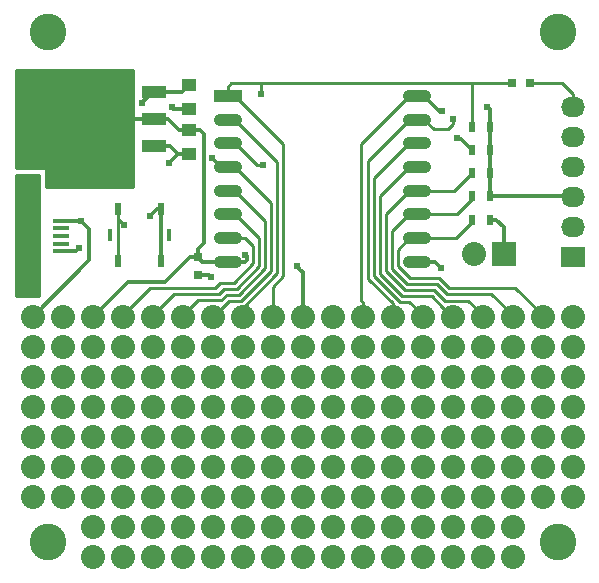
<source format=gtl>
G04 #@! TF.FileFunction,Copper,L1,Top,Signal*
%FSLAX46Y46*%
G04 Gerber Fmt 4.6, Leading zero omitted, Abs format (unit mm)*
G04 Created by KiCad (PCBNEW 4.0.0-rc2-1-stable) date Sunday, 29 November 2015 18:47:31*
%MOMM*%
G01*
G04 APERTURE LIST*
%ADD10C,0.100000*%
%ADD11R,1.250000X1.000000*%
%ADD12R,0.750000X0.800000*%
%ADD13R,0.800000X0.750000*%
%ADD14R,2.032000X2.032000*%
%ADD15O,2.032000X2.032000*%
%ADD16R,2.032000X1.727200*%
%ADD17O,2.032000X1.727200*%
%ADD18R,0.500000X0.900000*%
%ADD19R,0.600000X1.000000*%
%ADD20R,0.450000X1.000000*%
%ADD21R,2.032000X3.657600*%
%ADD22R,2.032000X1.016000*%
%ADD23R,2.400000X1.100000*%
%ADD24O,2.400000X1.100000*%
%ADD25C,2.032000*%
%ADD26C,3.100000*%
%ADD27R,1.400000X0.400000*%
%ADD28R,1.900000X1.800000*%
%ADD29R,1.900000X2.300000*%
%ADD30C,0.609600*%
%ADD31C,0.304800*%
%ADD32C,0.254000*%
G04 APERTURE END LIST*
D10*
D11*
X140250000Y-87020000D03*
X140250000Y-89020000D03*
X140260000Y-90860000D03*
X140260000Y-92860000D03*
D12*
X140970000Y-101600000D03*
X140970000Y-103100000D03*
D13*
X169110000Y-86860000D03*
X167610000Y-86860000D03*
D14*
X166878000Y-101346000D03*
D15*
X164338000Y-101346000D03*
D16*
X172720000Y-101600000D03*
D17*
X172720000Y-99060000D03*
X172720000Y-96520000D03*
X172720000Y-93980000D03*
X172720000Y-91440000D03*
X172720000Y-88900000D03*
D18*
X165720000Y-92532500D03*
X164220000Y-92532500D03*
X165720000Y-90570000D03*
X164220000Y-90570000D03*
X165720000Y-94495000D03*
X164220000Y-94495000D03*
X165720000Y-98420000D03*
X164220000Y-98420000D03*
X165720000Y-96457500D03*
X164220000Y-96457500D03*
D19*
X134200000Y-97490000D03*
X137900000Y-97490000D03*
X134200000Y-101890000D03*
X137900000Y-101890000D03*
D20*
X133525000Y-99690000D03*
X138575000Y-99690000D03*
D21*
X130650000Y-89940000D03*
D22*
X137254000Y-89940000D03*
X137254000Y-87654000D03*
X137254000Y-92226000D03*
D23*
X143510000Y-87980000D03*
D24*
X143510000Y-89980000D03*
X143510000Y-91980000D03*
X143510000Y-93980000D03*
X143510000Y-95980000D03*
X143510000Y-97980000D03*
X143510000Y-99980000D03*
X143510000Y-101980000D03*
X159510000Y-101980000D03*
X159510000Y-99980000D03*
X159510000Y-97980000D03*
X159510000Y-95980000D03*
X159510000Y-93980000D03*
X159510000Y-91980000D03*
X159510000Y-89980000D03*
X159510000Y-87980000D03*
D25*
X127000000Y-109220000D03*
X129540000Y-109220000D03*
X132080000Y-109220000D03*
X134620000Y-109220000D03*
X137160000Y-109220000D03*
X139700000Y-109220000D03*
X142240000Y-109220000D03*
X144780000Y-109220000D03*
X147320000Y-109220000D03*
X149860000Y-109220000D03*
X152400000Y-109220000D03*
X154940000Y-109220000D03*
X157480000Y-109220000D03*
X160020000Y-109220000D03*
X162560000Y-109220000D03*
X165100000Y-109220000D03*
X167640000Y-109220000D03*
X170180000Y-109220000D03*
X172720000Y-109220000D03*
X127000000Y-111760000D03*
X129540000Y-111760000D03*
X132080000Y-111760000D03*
X134620000Y-111760000D03*
X137160000Y-111760000D03*
X139700000Y-111760000D03*
X142240000Y-111760000D03*
X144780000Y-111760000D03*
X147320000Y-111760000D03*
X149860000Y-111760000D03*
X152400000Y-111760000D03*
X154940000Y-111760000D03*
X157480000Y-111760000D03*
X160020000Y-111760000D03*
X162560000Y-111760000D03*
X165100000Y-111760000D03*
X167640000Y-111760000D03*
X170180000Y-111760000D03*
X172720000Y-111760000D03*
X127000000Y-114300000D03*
X129540000Y-114300000D03*
X132080000Y-114300000D03*
X134620000Y-114300000D03*
X137160000Y-114300000D03*
X139700000Y-114300000D03*
X142240000Y-114300000D03*
X144780000Y-114300000D03*
X147320000Y-114300000D03*
X149860000Y-114300000D03*
X152400000Y-114300000D03*
X154940000Y-114300000D03*
X157480000Y-114300000D03*
X160020000Y-114300000D03*
X162560000Y-114300000D03*
X165100000Y-114300000D03*
X167640000Y-114300000D03*
X170180000Y-114300000D03*
X172720000Y-114300000D03*
X127000000Y-116840000D03*
X129540000Y-116840000D03*
X132080000Y-116840000D03*
X134620000Y-116840000D03*
X137160000Y-116840000D03*
X139700000Y-116840000D03*
X142240000Y-116840000D03*
X144780000Y-116840000D03*
X147320000Y-116840000D03*
X149860000Y-116840000D03*
X152400000Y-116840000D03*
X154940000Y-116840000D03*
X157480000Y-116840000D03*
X160020000Y-116840000D03*
X162560000Y-116840000D03*
X165100000Y-116840000D03*
X167640000Y-116840000D03*
X170180000Y-116840000D03*
X172720000Y-116840000D03*
X127000000Y-119380000D03*
X129540000Y-119380000D03*
X132080000Y-119380000D03*
X134620000Y-119380000D03*
X137160000Y-119380000D03*
X139700000Y-119380000D03*
X142240000Y-119380000D03*
X144780000Y-119380000D03*
X147320000Y-119380000D03*
X149860000Y-119380000D03*
X152400000Y-119380000D03*
X154940000Y-119380000D03*
X157480000Y-119380000D03*
X160020000Y-119380000D03*
X162560000Y-119380000D03*
X165100000Y-119380000D03*
X167640000Y-119380000D03*
X170180000Y-119380000D03*
X172720000Y-119380000D03*
X127000000Y-121920000D03*
X129540000Y-121920000D03*
X132080000Y-121920000D03*
X134620000Y-121920000D03*
X137160000Y-121920000D03*
X139700000Y-121920000D03*
X142240000Y-121920000D03*
X144780000Y-121920000D03*
X147320000Y-121920000D03*
X149860000Y-121920000D03*
X152400000Y-121920000D03*
X154940000Y-121920000D03*
X157480000Y-121920000D03*
X160020000Y-121920000D03*
X162560000Y-121920000D03*
X165100000Y-121920000D03*
X167640000Y-121920000D03*
X170180000Y-121920000D03*
X172720000Y-121920000D03*
X132080000Y-124460000D03*
X134620000Y-124460000D03*
X137160000Y-124460000D03*
X139700000Y-124460000D03*
X142240000Y-124460000D03*
X144780000Y-124460000D03*
X147320000Y-124460000D03*
X149860000Y-124460000D03*
X152400000Y-124460000D03*
X154940000Y-124460000D03*
X157480000Y-124460000D03*
X160020000Y-124460000D03*
X162560000Y-124460000D03*
X165100000Y-124460000D03*
X167640000Y-124460000D03*
X132080000Y-127000000D03*
X134620000Y-127000000D03*
X137160000Y-127000000D03*
X139700000Y-127000000D03*
X142240000Y-127000000D03*
X144780000Y-127000000D03*
X147320000Y-127000000D03*
X149860000Y-127000000D03*
X152400000Y-127000000D03*
X154940000Y-127000000D03*
X157480000Y-127000000D03*
X160020000Y-127000000D03*
X162560000Y-127000000D03*
X165100000Y-127000000D03*
X167640000Y-127000000D03*
D26*
X171450000Y-125730000D03*
X128270000Y-125730000D03*
X171450000Y-82550000D03*
X128270000Y-82550000D03*
D25*
X172720000Y-106680000D03*
X170180000Y-106680000D03*
X167640000Y-106680000D03*
X165100000Y-106680000D03*
X162560000Y-106680000D03*
X160020000Y-106680000D03*
X157480000Y-106680000D03*
X154940000Y-106680000D03*
X152400000Y-106680000D03*
X149860000Y-106680000D03*
X147320000Y-106680000D03*
X144780000Y-106680000D03*
X142240000Y-106680000D03*
X139700000Y-106680000D03*
X137160000Y-106680000D03*
X134620000Y-106680000D03*
X132080000Y-106680000D03*
X129540000Y-106680000D03*
X127000000Y-106680000D03*
D27*
X129400000Y-101110000D03*
X129400000Y-100460000D03*
X129400000Y-99810000D03*
X129400000Y-99160000D03*
X129400000Y-98510000D03*
D28*
X126550000Y-98660000D03*
X126550000Y-100960000D03*
D29*
X126550000Y-103560000D03*
X126550000Y-96060000D03*
D30*
X131082000Y-98522000D03*
X136250000Y-88550000D03*
X130950000Y-100800000D03*
X138540000Y-93630000D03*
X138780000Y-88880000D03*
X136906278Y-98100000D03*
X161607500Y-102489000D03*
X142105808Y-103299530D03*
X149352000Y-102362000D03*
X144995828Y-101386544D03*
X165470000Y-88850000D03*
X134780000Y-98920000D03*
X146367500Y-87820500D03*
X142231220Y-93218000D03*
X161671000Y-89217500D03*
X162596192Y-89928221D03*
X146512908Y-93822908D03*
X162930000Y-91520000D03*
D31*
X131386799Y-98826799D02*
X131082000Y-98522000D01*
X127000000Y-106680000D02*
X131811201Y-101868799D01*
X131811201Y-99251201D02*
X131386799Y-98826799D01*
X131811201Y-101868799D02*
X131811201Y-99251201D01*
X131082000Y-98522000D02*
X129723000Y-98522000D01*
X137254000Y-87654000D02*
X137146000Y-87654000D01*
X137146000Y-87654000D02*
X136250000Y-88550000D01*
X137254000Y-87654000D02*
X139616000Y-87654000D01*
X139616000Y-87654000D02*
X140250000Y-87020000D01*
X137254000Y-87654000D02*
X137254000Y-87736000D01*
X137254000Y-87654000D02*
X137076000Y-87654000D01*
X130628000Y-101122000D02*
X130645201Y-101104799D01*
X130645201Y-101104799D02*
X130950000Y-100800000D01*
X129723000Y-101122000D02*
X130628000Y-101122000D01*
X140260000Y-92860000D02*
X139310000Y-92860000D01*
X139310000Y-92860000D02*
X138540000Y-93630000D01*
X140250000Y-89020000D02*
X138920000Y-89020000D01*
X138920000Y-89020000D02*
X138780000Y-88880000D01*
X137254000Y-92226000D02*
X138636000Y-92226000D01*
X138636000Y-92226000D02*
X139270000Y-92860000D01*
X139270000Y-92860000D02*
X140260000Y-92860000D01*
X137900000Y-97490000D02*
X137516278Y-97490000D01*
X137516278Y-97490000D02*
X136906278Y-98100000D01*
X137254000Y-92226000D02*
X137762000Y-92226000D01*
X139920000Y-92870000D02*
X139790000Y-92870000D01*
X165720000Y-98420000D02*
X166274800Y-98420000D01*
X166274800Y-98420000D02*
X166878000Y-99023200D01*
X166878000Y-99023200D02*
X166878000Y-100025200D01*
X166878000Y-100025200D02*
X166878000Y-101346000D01*
X159510000Y-101980000D02*
X161098500Y-101980000D01*
X161098500Y-101980000D02*
X161607500Y-102489000D01*
X167322500Y-101600000D02*
X166878000Y-101155500D01*
X141906278Y-103100000D02*
X142105808Y-103299530D01*
X140970000Y-103100000D02*
X141906278Y-103100000D01*
X137900000Y-97490000D02*
X137900000Y-97690000D01*
X137900000Y-97690000D02*
X137900000Y-101890000D01*
X159490000Y-102000000D02*
X159510000Y-101980000D01*
X165720000Y-98620000D02*
X165720000Y-98420000D01*
X172720000Y-106680000D02*
X172720000Y-106527600D01*
X172720000Y-101600000D02*
X172567600Y-101600000D01*
X140260000Y-90860000D02*
X141189800Y-90860000D01*
X141189800Y-90860000D02*
X141500000Y-91170200D01*
X141500000Y-91170200D02*
X141500000Y-100365200D01*
X141500000Y-100365200D02*
X140970000Y-100895200D01*
X140970000Y-100895200D02*
X140970000Y-101600000D01*
X137254000Y-89940000D02*
X138470000Y-89940000D01*
X139390000Y-90860000D02*
X140260000Y-90860000D01*
X138470000Y-89940000D02*
X139390000Y-90860000D01*
X139920000Y-90870000D02*
X140045000Y-90870000D01*
X139920000Y-90870000D02*
X139795000Y-90870000D01*
X130650000Y-89940000D02*
X137254000Y-89940000D01*
X132080000Y-106680000D02*
X135089932Y-103670068D01*
X135089932Y-103670068D02*
X138220132Y-103670068D01*
X138220132Y-103670068D02*
X140290200Y-101600000D01*
X140290200Y-101600000D02*
X140970000Y-101600000D01*
X149860000Y-106680000D02*
X149860000Y-102870000D01*
X145122828Y-101871972D02*
X145122828Y-101513544D01*
X143510000Y-101980000D02*
X145014800Y-101980000D01*
X149860000Y-102870000D02*
X149656799Y-102666799D01*
X145122828Y-101513544D02*
X144995828Y-101386544D01*
X145014800Y-101980000D02*
X145122828Y-101871972D01*
X149656799Y-102666799D02*
X149352000Y-102362000D01*
X165720000Y-90570000D02*
X165720000Y-89100000D01*
X165720000Y-89100000D02*
X165470000Y-88850000D01*
X143510000Y-101980000D02*
X141350000Y-101980000D01*
X141350000Y-101980000D02*
X140970000Y-101600000D01*
X165720000Y-96457500D02*
X172657500Y-96457500D01*
X165720000Y-94495000D02*
X165720000Y-96457500D01*
X165720000Y-92532500D02*
X165720000Y-94495000D01*
X165720000Y-90570000D02*
X165720000Y-92532500D01*
X172657500Y-96457500D02*
X172720000Y-96520000D01*
D32*
X169110000Y-86860000D02*
X171797600Y-86860000D01*
X171797600Y-86860000D02*
X172720000Y-87782400D01*
X172720000Y-87782400D02*
X172720000Y-88900000D01*
X134200000Y-98340000D02*
X134475201Y-98615201D01*
X134475201Y-98615201D02*
X134780000Y-98920000D01*
X134200000Y-97490000D02*
X134200000Y-98340000D01*
X146367500Y-86860000D02*
X164210000Y-86860000D01*
X143826000Y-86860000D02*
X146367500Y-86860000D01*
X146367500Y-86860000D02*
X146367500Y-87820500D01*
X143510000Y-87980000D02*
X144160000Y-87980000D01*
X144160000Y-87980000D02*
X148221698Y-92041698D01*
X148221698Y-92041698D02*
X148221698Y-103238302D01*
X148221698Y-103238302D02*
X147320000Y-104140000D01*
X147320000Y-104140000D02*
X147320000Y-106680000D01*
X134200000Y-97490000D02*
X134200000Y-101890000D01*
X164210000Y-86860000D02*
X166956000Y-86860000D01*
X164220000Y-90570000D02*
X164220000Y-86870000D01*
X164220000Y-86870000D02*
X164210000Y-86860000D01*
X143510000Y-87980000D02*
X143510000Y-87176000D01*
X143510000Y-87176000D02*
X143826000Y-86860000D01*
X166956000Y-86860000D02*
X167610000Y-86860000D01*
X163855390Y-105282990D02*
X165100000Y-106527600D01*
X161881426Y-105282990D02*
X163855390Y-105282990D01*
X165100000Y-106527600D02*
X165100000Y-106680000D01*
X160992415Y-104393979D02*
X161881426Y-105282990D01*
X158520462Y-104393976D02*
X160992415Y-104393979D01*
X156912969Y-102786483D02*
X158520462Y-104393976D01*
X156912969Y-97927031D02*
X156912969Y-102786483D01*
X158860000Y-95980000D02*
X156912969Y-97927031D01*
X159510000Y-95980000D02*
X158860000Y-95980000D01*
X164195000Y-94495000D02*
X164220000Y-94495000D01*
X162710000Y-95980000D02*
X164195000Y-94495000D01*
X159510000Y-95980000D02*
X162710000Y-95980000D01*
X143510000Y-93980000D02*
X142993220Y-93980000D01*
X142993220Y-93980000D02*
X142536019Y-93522799D01*
X142536019Y-93522799D02*
X142231220Y-93218000D01*
X144687304Y-105282992D02*
X143637008Y-105282992D01*
X143128999Y-105791001D02*
X142240000Y-106680000D01*
X144160000Y-93980000D02*
X147205678Y-97025678D01*
X143637008Y-105282992D02*
X143128999Y-105791001D01*
X143510000Y-93980000D02*
X144160000Y-93980000D01*
X147205678Y-97025678D02*
X147205678Y-102764620D01*
X147205678Y-102764620D02*
X144687304Y-105282992D01*
X159510000Y-87980000D02*
X158860000Y-87980000D01*
X158860000Y-87980000D02*
X154813000Y-92027000D01*
X154813000Y-92027000D02*
X154813000Y-105283000D01*
X154813000Y-105283000D02*
X154940000Y-105410000D01*
X154940000Y-105410000D02*
X154940000Y-106680000D01*
X159510000Y-87980000D02*
X160160000Y-87980000D01*
X160160000Y-87980000D02*
X161397500Y-89217500D01*
X161397500Y-89217500D02*
X161671000Y-89217500D01*
X172567600Y-91440000D02*
X172720000Y-91440000D01*
X159510000Y-89980000D02*
X158860000Y-89980000D01*
X155388939Y-93451061D02*
X155388940Y-103417766D01*
X157480000Y-105508826D02*
X157480000Y-106680000D01*
X158860000Y-89980000D02*
X155388939Y-93451061D01*
X155388940Y-103417766D02*
X157480000Y-105508826D01*
X162596192Y-90359273D02*
X162596192Y-89928221D01*
X160972302Y-90792302D02*
X162163163Y-90792302D01*
X162163163Y-90792302D02*
X162596192Y-90359273D01*
X160160000Y-89980000D02*
X160972302Y-90792302D01*
X159510000Y-89980000D02*
X160160000Y-89980000D01*
X172567600Y-93980000D02*
X172720000Y-93980000D01*
X158902398Y-105409998D02*
X160020000Y-106527600D01*
X158099612Y-105409998D02*
X158902398Y-105409998D01*
X158860000Y-91980000D02*
X155896949Y-94943051D01*
X160020000Y-106527600D02*
X160020000Y-106680000D01*
X155896949Y-103207335D02*
X158099612Y-105409998D01*
X155896949Y-94943051D02*
X155896949Y-103207335D01*
X159510000Y-91980000D02*
X158860000Y-91980000D01*
X159610000Y-92080000D02*
X159510000Y-91980000D01*
X160781989Y-104901989D02*
X161671001Y-105791001D01*
X156404959Y-102996909D02*
X158310037Y-104901987D01*
X156404959Y-96435041D02*
X156404959Y-102996909D01*
X161671001Y-105791001D02*
X162560000Y-106680000D01*
X158860000Y-93980000D02*
X156404959Y-96435041D01*
X158310037Y-104901987D02*
X160781989Y-104901989D01*
X159510000Y-93980000D02*
X158860000Y-93980000D01*
X167640000Y-106527600D02*
X167640000Y-106680000D01*
X165841550Y-104729150D02*
X167640000Y-106527600D01*
X162046022Y-104729150D02*
X165841550Y-104729150D01*
X158730887Y-103885965D02*
X161202841Y-103885969D01*
X157420979Y-102576057D02*
X158730887Y-103885965D01*
X157420979Y-99419021D02*
X157420979Y-102576057D01*
X158860000Y-97980000D02*
X157420979Y-99419021D01*
X161202841Y-103885969D02*
X162046022Y-104729150D01*
X159510000Y-97980000D02*
X158860000Y-97980000D01*
X161580000Y-97980000D02*
X162897500Y-97980000D01*
X159510000Y-97980000D02*
X161580000Y-97980000D01*
X162897500Y-97980000D02*
X164220000Y-96657500D01*
X164220000Y-96657500D02*
X164220000Y-96457500D01*
X167852400Y-104200000D02*
X170180000Y-106527600D01*
X162235308Y-104200000D02*
X167852400Y-104200000D01*
X161413267Y-103377959D02*
X162235308Y-104200000D01*
X158941313Y-103377955D02*
X161413267Y-103377959D01*
X170180000Y-106527600D02*
X170180000Y-106680000D01*
X157928990Y-102365632D02*
X158941313Y-103377955D01*
X157928990Y-100960510D02*
X157928990Y-102365632D01*
X158909500Y-99980000D02*
X157928990Y-100960510D01*
X159510000Y-99980000D02*
X158909500Y-99980000D01*
X159510000Y-99980000D02*
X162860000Y-99980000D01*
X162860000Y-99980000D02*
X164220000Y-98620000D01*
X164220000Y-98620000D02*
X164220000Y-98420000D01*
X144046029Y-103758959D02*
X142875041Y-103758959D01*
X142875041Y-103758959D02*
X142430522Y-104203478D01*
X134620000Y-106527600D02*
X134620000Y-106680000D01*
X145681648Y-102123342D02*
X144046029Y-103758959D01*
X143510000Y-99980000D02*
X144964000Y-99980000D01*
X144964000Y-99980000D02*
X145681648Y-100697648D01*
X145681648Y-100697648D02*
X145681648Y-102123342D01*
X142430522Y-104203478D02*
X136944122Y-104203478D01*
X136944122Y-104203478D02*
X134620000Y-106527600D01*
X138976111Y-104711489D02*
X137160000Y-106527600D01*
X143216156Y-104266972D02*
X142771639Y-104711489D01*
X142771639Y-104711489D02*
X138976111Y-104711489D01*
X146189658Y-102343768D02*
X144266454Y-104266970D01*
X137160000Y-106527600D02*
X137160000Y-106680000D01*
X144160000Y-97980000D02*
X146189658Y-100009658D01*
X144266454Y-104266970D02*
X143216156Y-104266972D01*
X146189658Y-100009658D02*
X146189658Y-102343768D01*
X143510000Y-97980000D02*
X144160000Y-97980000D01*
X139700000Y-106527600D02*
X139700000Y-106680000D01*
X143426582Y-104774982D02*
X142982064Y-105219500D01*
X146697668Y-102554194D02*
X144476879Y-104774981D01*
X146697668Y-98517668D02*
X146697668Y-102554194D01*
X141008100Y-105219500D02*
X139700000Y-106527600D01*
X142982064Y-105219500D02*
X141008100Y-105219500D01*
X144476879Y-104774981D02*
X143426582Y-104774982D01*
X144160000Y-95980000D02*
X146697668Y-98517668D01*
X143510000Y-95980000D02*
X144160000Y-95980000D01*
X147713687Y-93533687D02*
X147713687Y-102984313D01*
X144160000Y-89980000D02*
X147713687Y-93533687D01*
X143510000Y-89980000D02*
X144160000Y-89980000D01*
X147713687Y-102984313D02*
X144780000Y-105918000D01*
X144780000Y-105918000D02*
X144780000Y-106680000D01*
X143510000Y-91980000D02*
X144160000Y-91980000D01*
X144160000Y-91980000D02*
X146002908Y-93822908D01*
X146002908Y-93822908D02*
X146512908Y-93822908D01*
X162930000Y-91520000D02*
X163207500Y-91520000D01*
X163207500Y-91520000D02*
X164220000Y-92532500D01*
G36*
X127543000Y-104933000D02*
X125576000Y-104933000D01*
X125576000Y-94637000D01*
X127543000Y-94637000D01*
X127543000Y-104933000D01*
X127543000Y-104933000D01*
G37*
X127543000Y-104933000D02*
X125576000Y-104933000D01*
X125576000Y-94637000D01*
X127543000Y-94637000D01*
X127543000Y-104933000D01*
G36*
X135523000Y-95673000D02*
X128127000Y-95673000D01*
X128127000Y-94200000D01*
X128116994Y-94150590D01*
X128088553Y-94108965D01*
X128046159Y-94081685D01*
X128000000Y-94073000D01*
X125576000Y-94073000D01*
X125576000Y-85727000D01*
X135523000Y-85727000D01*
X135523000Y-95673000D01*
X135523000Y-95673000D01*
G37*
X135523000Y-95673000D02*
X128127000Y-95673000D01*
X128127000Y-94200000D01*
X128116994Y-94150590D01*
X128088553Y-94108965D01*
X128046159Y-94081685D01*
X128000000Y-94073000D01*
X125576000Y-94073000D01*
X125576000Y-85727000D01*
X135523000Y-85727000D01*
X135523000Y-95673000D01*
M02*

</source>
